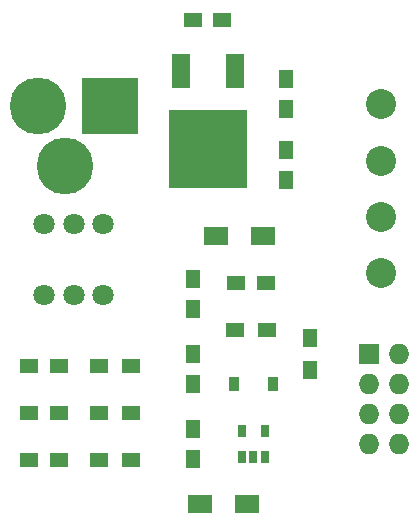
<source format=gts>
%FSLAX46Y46*%
G04 Gerber Fmt 4.6, Leading zero omitted, Abs format (unit mm)*
G04 Created by KiCad (PCBNEW (2014-10-22 BZR 5214)-product) date Sat 10 Oct 2015 03:54:35 PM EDT*
%MOMM*%
G01*
G04 APERTURE LIST*
%ADD10C,0.200000*%
%ADD11R,2.000000X1.600000*%
%ADD12R,1.250000X1.500000*%
%ADD13R,1.500000X1.250000*%
%ADD14C,4.800600*%
%ADD15R,4.800600X4.800600*%
%ADD16R,0.910000X1.220000*%
%ADD17R,1.727200X1.727200*%
%ADD18O,1.727200X1.727200*%
%ADD19R,1.500000X1.300000*%
%ADD20R,1.300000X1.500000*%
%ADD21R,0.650000X1.060000*%
%ADD22R,1.600000X3.000000*%
%ADD23R,6.700000X6.700000*%
%ADD24C,2.540000*%
%ADD25C,1.800000*%
G04 APERTURE END LIST*
D10*
D11*
X168660000Y-144700000D03*
X172660000Y-144700000D03*
D12*
X168120000Y-132020000D03*
X168120000Y-134520000D03*
D13*
X168090000Y-103710000D03*
X170590000Y-103710000D03*
X171750000Y-126000000D03*
X174250000Y-126000000D03*
D12*
X176000000Y-111250000D03*
X176000000Y-108750000D03*
D11*
X170000000Y-122000000D03*
X174000000Y-122000000D03*
D14*
X155000000Y-111000000D03*
D15*
X161096000Y-111000000D03*
D14*
X157286000Y-116080000D03*
D13*
X156750000Y-141000000D03*
X154250000Y-141000000D03*
X156750000Y-137000000D03*
X154250000Y-137000000D03*
X154250000Y-133000000D03*
X156750000Y-133000000D03*
D16*
X171565000Y-134540000D03*
X174835000Y-134540000D03*
D12*
X168120000Y-138370000D03*
X168120000Y-140870000D03*
X168120000Y-128170000D03*
X168120000Y-125670000D03*
D17*
X183000000Y-132000000D03*
D18*
X185540000Y-132000000D03*
X183000000Y-134540000D03*
X185540000Y-134540000D03*
X183000000Y-137080000D03*
X185540000Y-137080000D03*
X183000000Y-139620000D03*
X185540000Y-139620000D03*
D19*
X162850000Y-141000000D03*
X160150000Y-141000000D03*
X162850000Y-137000000D03*
X160150000Y-137000000D03*
X162850000Y-133000000D03*
X160150000Y-133000000D03*
X171650000Y-130000000D03*
X174350000Y-130000000D03*
D20*
X178000000Y-130650000D03*
X178000000Y-133350000D03*
D21*
X172250000Y-140720000D03*
X173200000Y-140720000D03*
X174150000Y-140720000D03*
X174150000Y-138520000D03*
X172250000Y-138520000D03*
D22*
X171640000Y-108030000D03*
X167040000Y-108030000D03*
D23*
X169340000Y-114680000D03*
D24*
X184000000Y-120381250D03*
X184000000Y-115618750D03*
X184000000Y-110856250D03*
X184000000Y-125143750D03*
D25*
X155500000Y-121000000D03*
X158000000Y-121000000D03*
X160500000Y-121000000D03*
X155500000Y-127000000D03*
X158000000Y-127000000D03*
X160500000Y-127000000D03*
D12*
X176000000Y-114750000D03*
X176000000Y-117250000D03*
M02*

</source>
